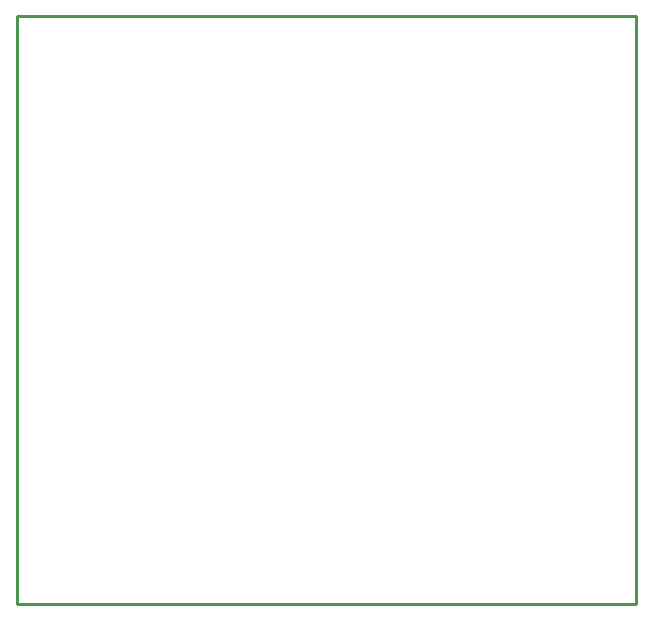
<source format=gm1>
G04 Layer_Color=16711935*
%FSLAX25Y25*%
%MOIN*%
G70*
G01*
G75*
%ADD41C,0.01000*%
D41*
X-70800Y295080D02*
X135360D01*
Y99120D02*
Y295080D01*
X-70800Y99120D02*
X135360D01*
X-70800D02*
Y295080D01*
M02*

</source>
